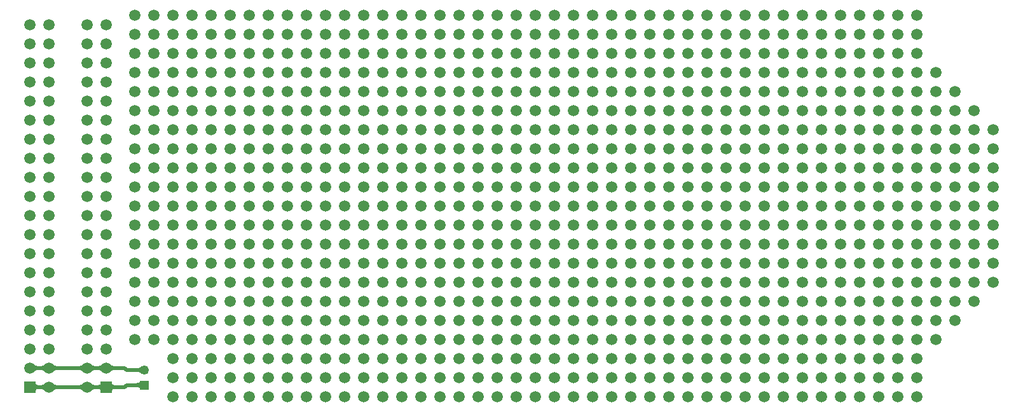
<source format=gbl>
G04*
G04 #@! TF.GenerationSoftware,Altium Limited,Altium Designer,21.9.1 (22)*
G04*
G04 Layer_Physical_Order=2*
G04 Layer_Color=16711680*
%FSLAX25Y25*%
%MOIN*%
G70*
G04*
G04 #@! TF.SameCoordinates,86BB2744-E3F5-4ECB-9631-A9D74316A694*
G04*
G04*
G04 #@! TF.FilePolarity,Positive*
G04*
G01*
G75*
%ADD20C,0.02000*%
%ADD21C,0.05906*%
%ADD22R,0.05906X0.05906*%
%ADD23C,0.04921*%
%ADD24R,0.04921X0.04921*%
G36*
X114941Y119000D02*
X114558Y118990D01*
X114216Y118960D01*
X113915Y118910D01*
X113653Y118840D01*
X113432Y118750D01*
X113251Y118640D01*
X113110Y118510D01*
X113009Y118360D01*
X112949Y118190D01*
X112929Y118000D01*
Y122000D01*
X112949Y121810D01*
X113009Y121640D01*
X113110Y121490D01*
X113251Y121360D01*
X113432Y121250D01*
X113653Y121160D01*
X113915Y121090D01*
X114216Y121040D01*
X114558Y121010D01*
X114941Y121000D01*
Y119000D01*
D02*
G37*
G36*
X115450Y121000D02*
X115726Y121011D01*
X115994Y121043D01*
X116256Y121096D01*
X116510Y121171D01*
X116758Y121267D01*
X116999Y121384D01*
X117232Y121523D01*
X117459Y121683D01*
X117679Y121864D01*
X117891Y122067D01*
Y117933D01*
X117679Y118136D01*
X117459Y118317D01*
X117232Y118477D01*
X116999Y118616D01*
X116758Y118733D01*
X116510Y118829D01*
X116256Y118904D01*
X115994Y118957D01*
X115726Y118989D01*
X115450Y119000D01*
Y121000D01*
D02*
G37*
G36*
X114550Y129000D02*
X114274Y128989D01*
X114006Y128957D01*
X113744Y128904D01*
X113489Y128829D01*
X113242Y128733D01*
X113001Y128616D01*
X112768Y128477D01*
X112541Y128317D01*
X112321Y128136D01*
X112109Y127933D01*
Y132067D01*
X112321Y131864D01*
X112541Y131683D01*
X112768Y131523D01*
X113001Y131384D01*
X113242Y131267D01*
X113489Y131171D01*
X113744Y131096D01*
X114006Y131043D01*
X114274Y131011D01*
X114550Y131000D01*
Y129000D01*
D02*
G37*
G36*
X115450Y131000D02*
X115726Y131011D01*
X115994Y131043D01*
X116256Y131096D01*
X116510Y131171D01*
X116758Y131267D01*
X116999Y131384D01*
X117232Y131523D01*
X117459Y131683D01*
X117679Y131864D01*
X117891Y132067D01*
Y127933D01*
X117679Y128136D01*
X117459Y128317D01*
X117232Y128477D01*
X116999Y128616D01*
X116758Y128733D01*
X116510Y128829D01*
X116256Y128904D01*
X115994Y128957D01*
X115726Y128989D01*
X115450Y129000D01*
Y131000D01*
D02*
G37*
G36*
X124550Y119000D02*
X124274Y118989D01*
X124006Y118957D01*
X123744Y118904D01*
X123489Y118829D01*
X123242Y118733D01*
X123001Y118616D01*
X122768Y118477D01*
X122541Y118317D01*
X122321Y118136D01*
X122109Y117933D01*
Y122067D01*
X122321Y121864D01*
X122541Y121683D01*
X122768Y121523D01*
X123001Y121384D01*
X123242Y121267D01*
X123489Y121171D01*
X123744Y121096D01*
X124006Y121043D01*
X124274Y121011D01*
X124550Y121000D01*
Y119000D01*
D02*
G37*
G36*
Y129000D02*
X124274Y128989D01*
X124006Y128957D01*
X123744Y128904D01*
X123489Y128829D01*
X123242Y128733D01*
X123001Y128616D01*
X122768Y128477D01*
X122541Y128317D01*
X122321Y128136D01*
X122109Y127933D01*
Y132067D01*
X122321Y131864D01*
X122541Y131683D01*
X122768Y131523D01*
X123001Y131384D01*
X123242Y131267D01*
X123489Y131171D01*
X123744Y131096D01*
X124006Y131043D01*
X124274Y131011D01*
X124550Y131000D01*
Y129000D01*
D02*
G37*
G36*
X135450Y121000D02*
X135726Y121011D01*
X135994Y121043D01*
X136256Y121096D01*
X136511Y121171D01*
X136758Y121267D01*
X136999Y121384D01*
X137232Y121523D01*
X137459Y121683D01*
X137679Y121864D01*
X137891Y122067D01*
Y117933D01*
X137679Y118136D01*
X137459Y118317D01*
X137232Y118477D01*
X136999Y118616D01*
X136758Y118733D01*
X136511Y118829D01*
X136256Y118904D01*
X135994Y118957D01*
X135726Y118989D01*
X135450Y119000D01*
Y121000D01*
D02*
G37*
G36*
Y131000D02*
X135726Y131011D01*
X135994Y131043D01*
X136256Y131096D01*
X136511Y131171D01*
X136758Y131267D01*
X136999Y131384D01*
X137232Y131523D01*
X137459Y131683D01*
X137679Y131864D01*
X137891Y132067D01*
Y127933D01*
X137679Y128136D01*
X137459Y128317D01*
X137232Y128477D01*
X136999Y128616D01*
X136758Y128733D01*
X136511Y128829D01*
X136256Y128904D01*
X135994Y128957D01*
X135726Y128989D01*
X135450Y129000D01*
Y131000D01*
D02*
G37*
G36*
X144550Y119000D02*
X144274Y118989D01*
X144006Y118957D01*
X143744Y118904D01*
X143490Y118829D01*
X143242Y118733D01*
X143001Y118616D01*
X142768Y118477D01*
X142541Y118317D01*
X142321Y118136D01*
X142109Y117933D01*
Y122067D01*
X142321Y121864D01*
X142541Y121683D01*
X142768Y121523D01*
X143001Y121384D01*
X143242Y121267D01*
X143490Y121171D01*
X143744Y121096D01*
X144006Y121043D01*
X144274Y121011D01*
X144550Y121000D01*
Y119000D01*
D02*
G37*
G36*
X145059Y121000D02*
X145441Y121010D01*
X145784Y121040D01*
X146085Y121090D01*
X146347Y121160D01*
X146568Y121250D01*
X146749Y121360D01*
X146890Y121490D01*
X146991Y121640D01*
X147051Y121810D01*
X147071Y122000D01*
Y118000D01*
X147051Y118190D01*
X146991Y118360D01*
X146890Y118510D01*
X146749Y118640D01*
X146568Y118750D01*
X146347Y118840D01*
X146085Y118910D01*
X145784Y118960D01*
X145441Y118990D01*
X145059Y119000D01*
Y121000D01*
D02*
G37*
G36*
X144550Y129000D02*
X144274Y128989D01*
X144006Y128957D01*
X143744Y128904D01*
X143490Y128829D01*
X143242Y128733D01*
X143001Y128616D01*
X142768Y128477D01*
X142541Y128317D01*
X142321Y128136D01*
X142109Y127933D01*
Y132067D01*
X142321Y131864D01*
X142541Y131683D01*
X142768Y131523D01*
X143001Y131384D01*
X143242Y131267D01*
X143490Y131171D01*
X143744Y131096D01*
X144006Y131043D01*
X144274Y131011D01*
X144550Y131000D01*
Y129000D01*
D02*
G37*
G36*
X145450Y131000D02*
X145726Y131011D01*
X145994Y131043D01*
X146256Y131096D01*
X146511Y131171D01*
X146758Y131267D01*
X146999Y131384D01*
X147232Y131523D01*
X147459Y131683D01*
X147679Y131864D01*
X147891Y132067D01*
Y127933D01*
X147679Y128136D01*
X147459Y128317D01*
X147232Y128477D01*
X146999Y128616D01*
X146758Y128733D01*
X146511Y128829D01*
X146256Y128904D01*
X145994Y128957D01*
X145726Y128989D01*
X145450Y129000D01*
Y131000D01*
D02*
G37*
G36*
X154941Y119000D02*
X154559Y118990D01*
X154216Y118960D01*
X153915Y118910D01*
X153653Y118840D01*
X153432Y118750D01*
X153251Y118640D01*
X153110Y118510D01*
X153009Y118360D01*
X152949Y118190D01*
X152929Y118000D01*
Y122000D01*
X152949Y121810D01*
X153009Y121640D01*
X153110Y121490D01*
X153251Y121360D01*
X153432Y121250D01*
X153653Y121160D01*
X153915Y121090D01*
X154216Y121040D01*
X154559Y121010D01*
X154941Y121000D01*
Y119000D01*
D02*
G37*
G36*
X154550Y129000D02*
X154274Y128989D01*
X154006Y128957D01*
X153744Y128904D01*
X153489Y128829D01*
X153242Y128733D01*
X153001Y128616D01*
X152768Y128477D01*
X152541Y128317D01*
X152321Y128136D01*
X152109Y127933D01*
Y132067D01*
X152321Y131864D01*
X152541Y131683D01*
X152768Y131523D01*
X153001Y131384D01*
X153242Y131267D01*
X153489Y131171D01*
X153744Y131096D01*
X154006Y131043D01*
X154274Y131011D01*
X154550Y131000D01*
Y129000D01*
D02*
G37*
G36*
X165551Y122063D02*
X165934Y122073D01*
X166276Y122103D01*
X166577Y122153D01*
X166839Y122223D01*
X167060Y122313D01*
X167241Y122423D01*
X167382Y122553D01*
X167483Y122703D01*
X167543Y122873D01*
X167563Y123063D01*
Y119063D01*
X167543Y119253D01*
X167483Y119423D01*
X167382Y119573D01*
X167241Y119703D01*
X167060Y119813D01*
X166839Y119903D01*
X166577Y119973D01*
X166276Y120023D01*
X165934Y120053D01*
X165551Y120063D01*
Y122063D01*
D02*
G37*
G36*
X166275Y129937D02*
X166522Y129944D01*
X166757Y129966D01*
X166981Y130002D01*
X167195Y130053D01*
X167397Y130118D01*
X167588Y130197D01*
X167768Y130291D01*
X167938Y130399D01*
X168096Y130522D01*
X168243Y130659D01*
Y127215D01*
X168096Y127352D01*
X167938Y127475D01*
X167768Y127583D01*
X167588Y127677D01*
X167397Y127756D01*
X167195Y127821D01*
X166981Y127872D01*
X166757Y127908D01*
X166522Y127930D01*
X166275Y127937D01*
Y129937D01*
D02*
G37*
D20*
X110000Y130000D02*
X120000D01*
X140000D02*
X150000D01*
X110000Y120000D02*
X120000D01*
X140000D02*
X150000D01*
X160531Y121063D02*
X170000D01*
X159468Y120000D02*
X160531Y121063D01*
X150000Y120000D02*
X159468D01*
X160531Y128937D02*
X170000D01*
X159468Y130000D02*
X160531Y128937D01*
X150000Y130000D02*
X159468D01*
X120000D02*
X140000D01*
X120000Y120000D02*
X140000D01*
D21*
X585000Y155000D02*
D03*
X595000D02*
D03*
X585000Y145000D02*
D03*
Y195000D02*
D03*
X595000D02*
D03*
Y185000D02*
D03*
X585000D02*
D03*
Y165000D02*
D03*
X595000D02*
D03*
Y175000D02*
D03*
X585000D02*
D03*
Y235000D02*
D03*
X595000D02*
D03*
Y225000D02*
D03*
X585000D02*
D03*
Y205000D02*
D03*
X595000D02*
D03*
Y215000D02*
D03*
X585000D02*
D03*
Y275000D02*
D03*
X595000D02*
D03*
Y265000D02*
D03*
X585000D02*
D03*
Y245000D02*
D03*
X595000D02*
D03*
Y255000D02*
D03*
X585000D02*
D03*
Y285000D02*
D03*
X605000Y255000D02*
D03*
X615000D02*
D03*
Y245000D02*
D03*
X605000D02*
D03*
Y265000D02*
D03*
Y215000D02*
D03*
X615000D02*
D03*
Y205000D02*
D03*
X605000D02*
D03*
Y225000D02*
D03*
X615000D02*
D03*
Y235000D02*
D03*
X605000D02*
D03*
Y175000D02*
D03*
X615000D02*
D03*
X605000Y165000D02*
D03*
Y185000D02*
D03*
X615000D02*
D03*
Y195000D02*
D03*
X605000D02*
D03*
X545000Y155000D02*
D03*
X555000D02*
D03*
Y145000D02*
D03*
X545000D02*
D03*
Y195000D02*
D03*
X555000D02*
D03*
Y185000D02*
D03*
X545000D02*
D03*
Y165000D02*
D03*
X555000D02*
D03*
Y175000D02*
D03*
X545000D02*
D03*
Y235000D02*
D03*
X555000D02*
D03*
Y225000D02*
D03*
X545000D02*
D03*
Y205000D02*
D03*
X555000D02*
D03*
Y215000D02*
D03*
X545000D02*
D03*
Y275000D02*
D03*
X555000D02*
D03*
Y265000D02*
D03*
X545000D02*
D03*
Y245000D02*
D03*
X555000D02*
D03*
Y255000D02*
D03*
X545000D02*
D03*
Y295000D02*
D03*
X555000D02*
D03*
Y285000D02*
D03*
X545000D02*
D03*
Y305000D02*
D03*
X555000D02*
D03*
Y315000D02*
D03*
X545000D02*
D03*
Y135000D02*
D03*
X555000D02*
D03*
Y125000D02*
D03*
X545000D02*
D03*
X555000Y115000D02*
D03*
X545000D02*
D03*
X565000D02*
D03*
X575000D02*
D03*
X565000Y125000D02*
D03*
X575000D02*
D03*
Y135000D02*
D03*
X565000D02*
D03*
Y315000D02*
D03*
X575000D02*
D03*
Y305000D02*
D03*
X565000D02*
D03*
Y285000D02*
D03*
X575000D02*
D03*
Y295000D02*
D03*
X565000D02*
D03*
Y255000D02*
D03*
X575000D02*
D03*
Y245000D02*
D03*
X565000D02*
D03*
Y265000D02*
D03*
X575000D02*
D03*
Y275000D02*
D03*
X565000D02*
D03*
Y215000D02*
D03*
X575000D02*
D03*
Y205000D02*
D03*
X565000D02*
D03*
Y225000D02*
D03*
X575000D02*
D03*
Y235000D02*
D03*
X565000D02*
D03*
Y175000D02*
D03*
X575000D02*
D03*
Y165000D02*
D03*
X565000D02*
D03*
Y185000D02*
D03*
X575000D02*
D03*
Y195000D02*
D03*
X565000D02*
D03*
Y145000D02*
D03*
X575000D02*
D03*
Y155000D02*
D03*
X565000D02*
D03*
X505000D02*
D03*
X515000D02*
D03*
Y145000D02*
D03*
X505000D02*
D03*
Y195000D02*
D03*
X515000D02*
D03*
Y185000D02*
D03*
X505000D02*
D03*
Y165000D02*
D03*
X515000D02*
D03*
Y175000D02*
D03*
X505000D02*
D03*
Y235000D02*
D03*
X515000D02*
D03*
Y225000D02*
D03*
X505000D02*
D03*
Y205000D02*
D03*
X515000D02*
D03*
Y215000D02*
D03*
X505000D02*
D03*
Y275000D02*
D03*
X515000D02*
D03*
Y265000D02*
D03*
X505000D02*
D03*
Y245000D02*
D03*
X515000D02*
D03*
Y255000D02*
D03*
X505000D02*
D03*
Y295000D02*
D03*
X515000D02*
D03*
Y285000D02*
D03*
X505000D02*
D03*
Y305000D02*
D03*
X515000D02*
D03*
Y315000D02*
D03*
X505000D02*
D03*
Y135000D02*
D03*
X515000D02*
D03*
Y125000D02*
D03*
X505000D02*
D03*
X515000Y115000D02*
D03*
X505000D02*
D03*
X525000D02*
D03*
X535000D02*
D03*
X525000Y125000D02*
D03*
X535000D02*
D03*
Y135000D02*
D03*
X525000D02*
D03*
Y315000D02*
D03*
X535000D02*
D03*
Y305000D02*
D03*
X525000D02*
D03*
Y285000D02*
D03*
X535000D02*
D03*
Y295000D02*
D03*
X525000D02*
D03*
Y255000D02*
D03*
X535000D02*
D03*
Y245000D02*
D03*
X525000D02*
D03*
Y265000D02*
D03*
X535000D02*
D03*
Y275000D02*
D03*
X525000D02*
D03*
Y215000D02*
D03*
X535000D02*
D03*
Y205000D02*
D03*
X525000D02*
D03*
Y225000D02*
D03*
X535000D02*
D03*
Y235000D02*
D03*
X525000D02*
D03*
Y175000D02*
D03*
X535000D02*
D03*
Y165000D02*
D03*
X525000D02*
D03*
Y185000D02*
D03*
X535000D02*
D03*
Y195000D02*
D03*
X525000D02*
D03*
Y145000D02*
D03*
X535000D02*
D03*
Y155000D02*
D03*
X525000D02*
D03*
X465000D02*
D03*
X475000D02*
D03*
Y145000D02*
D03*
X465000D02*
D03*
Y195000D02*
D03*
X475000D02*
D03*
Y185000D02*
D03*
X465000D02*
D03*
Y165000D02*
D03*
X475000D02*
D03*
Y175000D02*
D03*
X465000D02*
D03*
Y235000D02*
D03*
X475000D02*
D03*
Y225000D02*
D03*
X465000D02*
D03*
Y205000D02*
D03*
X475000D02*
D03*
Y215000D02*
D03*
X465000D02*
D03*
Y275000D02*
D03*
X475000D02*
D03*
Y265000D02*
D03*
X465000D02*
D03*
Y245000D02*
D03*
X475000D02*
D03*
Y255000D02*
D03*
X465000D02*
D03*
Y295000D02*
D03*
X475000D02*
D03*
Y285000D02*
D03*
X465000D02*
D03*
Y305000D02*
D03*
X475000D02*
D03*
Y315000D02*
D03*
X465000D02*
D03*
Y135000D02*
D03*
X475000D02*
D03*
Y125000D02*
D03*
X465000D02*
D03*
X475000Y115000D02*
D03*
X465000D02*
D03*
X485000D02*
D03*
X495000D02*
D03*
X485000Y125000D02*
D03*
X495000D02*
D03*
Y135000D02*
D03*
X485000D02*
D03*
Y315000D02*
D03*
X495000D02*
D03*
Y305000D02*
D03*
X485000D02*
D03*
Y285000D02*
D03*
X495000D02*
D03*
Y295000D02*
D03*
X485000D02*
D03*
Y255000D02*
D03*
X495000D02*
D03*
Y245000D02*
D03*
X485000D02*
D03*
Y265000D02*
D03*
X495000D02*
D03*
Y275000D02*
D03*
X485000D02*
D03*
Y215000D02*
D03*
X495000D02*
D03*
Y205000D02*
D03*
X485000D02*
D03*
Y225000D02*
D03*
X495000D02*
D03*
Y235000D02*
D03*
X485000D02*
D03*
Y175000D02*
D03*
X495000D02*
D03*
Y165000D02*
D03*
X485000D02*
D03*
Y185000D02*
D03*
X495000D02*
D03*
Y195000D02*
D03*
X485000D02*
D03*
Y145000D02*
D03*
X495000D02*
D03*
Y155000D02*
D03*
X485000D02*
D03*
X425000D02*
D03*
X435000D02*
D03*
Y145000D02*
D03*
X425000D02*
D03*
Y195000D02*
D03*
X435000D02*
D03*
Y185000D02*
D03*
X425000D02*
D03*
Y165000D02*
D03*
X435000D02*
D03*
Y175000D02*
D03*
X425000D02*
D03*
Y235000D02*
D03*
X435000D02*
D03*
Y225000D02*
D03*
X425000D02*
D03*
Y205000D02*
D03*
X435000D02*
D03*
Y215000D02*
D03*
X425000D02*
D03*
Y275000D02*
D03*
X435000D02*
D03*
Y265000D02*
D03*
X425000D02*
D03*
Y245000D02*
D03*
X435000D02*
D03*
Y255000D02*
D03*
X425000D02*
D03*
Y295000D02*
D03*
X435000D02*
D03*
Y285000D02*
D03*
X425000D02*
D03*
Y305000D02*
D03*
X435000D02*
D03*
Y315000D02*
D03*
X425000D02*
D03*
Y135000D02*
D03*
X435000D02*
D03*
Y125000D02*
D03*
X425000D02*
D03*
X435000Y115000D02*
D03*
X425000D02*
D03*
X445000D02*
D03*
X455000D02*
D03*
X445000Y125000D02*
D03*
X455000D02*
D03*
Y135000D02*
D03*
X445000D02*
D03*
Y315000D02*
D03*
X455000D02*
D03*
Y305000D02*
D03*
X445000D02*
D03*
Y285000D02*
D03*
X455000D02*
D03*
Y295000D02*
D03*
X445000D02*
D03*
Y255000D02*
D03*
X455000D02*
D03*
Y245000D02*
D03*
X445000D02*
D03*
Y265000D02*
D03*
X455000D02*
D03*
Y275000D02*
D03*
X445000D02*
D03*
Y215000D02*
D03*
X455000D02*
D03*
Y205000D02*
D03*
X445000D02*
D03*
Y225000D02*
D03*
X455000D02*
D03*
Y235000D02*
D03*
X445000D02*
D03*
Y175000D02*
D03*
X455000D02*
D03*
Y165000D02*
D03*
X445000D02*
D03*
Y185000D02*
D03*
X455000D02*
D03*
Y195000D02*
D03*
X445000D02*
D03*
Y145000D02*
D03*
X455000D02*
D03*
Y155000D02*
D03*
X445000D02*
D03*
X385000D02*
D03*
X395000D02*
D03*
Y145000D02*
D03*
X385000D02*
D03*
Y195000D02*
D03*
X395000D02*
D03*
Y185000D02*
D03*
X385000D02*
D03*
Y165000D02*
D03*
X395000D02*
D03*
Y175000D02*
D03*
X385000D02*
D03*
Y235000D02*
D03*
X395000D02*
D03*
Y225000D02*
D03*
X385000D02*
D03*
Y205000D02*
D03*
X395000D02*
D03*
Y215000D02*
D03*
X385000D02*
D03*
Y275000D02*
D03*
X395000D02*
D03*
Y265000D02*
D03*
X385000D02*
D03*
Y245000D02*
D03*
X395000D02*
D03*
Y255000D02*
D03*
X385000D02*
D03*
Y295000D02*
D03*
X395000D02*
D03*
Y285000D02*
D03*
X385000D02*
D03*
Y305000D02*
D03*
X395000D02*
D03*
Y315000D02*
D03*
X385000D02*
D03*
Y135000D02*
D03*
X395000D02*
D03*
Y125000D02*
D03*
X385000D02*
D03*
X395000Y115000D02*
D03*
X385000D02*
D03*
X405000D02*
D03*
X415000D02*
D03*
X405000Y125000D02*
D03*
X415000D02*
D03*
Y135000D02*
D03*
X405000D02*
D03*
Y315000D02*
D03*
X415000D02*
D03*
Y305000D02*
D03*
X405000D02*
D03*
Y285000D02*
D03*
X415000D02*
D03*
Y295000D02*
D03*
X405000D02*
D03*
Y255000D02*
D03*
X415000D02*
D03*
Y245000D02*
D03*
X405000D02*
D03*
Y265000D02*
D03*
X415000D02*
D03*
Y275000D02*
D03*
X405000D02*
D03*
Y215000D02*
D03*
X415000D02*
D03*
Y205000D02*
D03*
X405000D02*
D03*
Y225000D02*
D03*
X415000D02*
D03*
Y235000D02*
D03*
X405000D02*
D03*
Y175000D02*
D03*
X415000D02*
D03*
Y165000D02*
D03*
X405000D02*
D03*
Y185000D02*
D03*
X415000D02*
D03*
Y195000D02*
D03*
X405000D02*
D03*
Y145000D02*
D03*
X415000D02*
D03*
Y155000D02*
D03*
X405000D02*
D03*
X345000D02*
D03*
X355000D02*
D03*
Y145000D02*
D03*
X345000D02*
D03*
Y195000D02*
D03*
X355000D02*
D03*
Y185000D02*
D03*
X345000D02*
D03*
Y165000D02*
D03*
X355000D02*
D03*
Y175000D02*
D03*
X345000D02*
D03*
Y235000D02*
D03*
X355000D02*
D03*
Y225000D02*
D03*
X345000D02*
D03*
Y205000D02*
D03*
X355000D02*
D03*
Y215000D02*
D03*
X345000D02*
D03*
Y275000D02*
D03*
X355000D02*
D03*
Y265000D02*
D03*
X345000D02*
D03*
Y245000D02*
D03*
X355000D02*
D03*
Y255000D02*
D03*
X345000D02*
D03*
Y295000D02*
D03*
X355000D02*
D03*
Y285000D02*
D03*
X345000D02*
D03*
Y305000D02*
D03*
X355000D02*
D03*
Y315000D02*
D03*
X345000D02*
D03*
Y135000D02*
D03*
X355000D02*
D03*
Y125000D02*
D03*
X345000D02*
D03*
X355000Y115000D02*
D03*
X345000D02*
D03*
X365000D02*
D03*
X375000D02*
D03*
X365000Y125000D02*
D03*
X375000D02*
D03*
Y135000D02*
D03*
X365000D02*
D03*
Y315000D02*
D03*
X375000D02*
D03*
Y305000D02*
D03*
X365000D02*
D03*
Y285000D02*
D03*
X375000D02*
D03*
Y295000D02*
D03*
X365000D02*
D03*
Y255000D02*
D03*
X375000D02*
D03*
Y245000D02*
D03*
X365000D02*
D03*
Y265000D02*
D03*
X375000D02*
D03*
Y275000D02*
D03*
X365000D02*
D03*
Y215000D02*
D03*
X375000D02*
D03*
Y205000D02*
D03*
X365000D02*
D03*
Y225000D02*
D03*
X375000D02*
D03*
Y235000D02*
D03*
X365000D02*
D03*
Y175000D02*
D03*
X375000D02*
D03*
Y165000D02*
D03*
X365000D02*
D03*
Y185000D02*
D03*
X375000D02*
D03*
Y195000D02*
D03*
X365000D02*
D03*
Y145000D02*
D03*
X375000D02*
D03*
Y155000D02*
D03*
X365000D02*
D03*
X305000D02*
D03*
X315000D02*
D03*
Y145000D02*
D03*
X305000D02*
D03*
Y195000D02*
D03*
X315000D02*
D03*
Y185000D02*
D03*
X305000D02*
D03*
Y165000D02*
D03*
X315000D02*
D03*
Y175000D02*
D03*
X305000D02*
D03*
Y235000D02*
D03*
X315000D02*
D03*
Y225000D02*
D03*
X305000D02*
D03*
Y205000D02*
D03*
X315000D02*
D03*
Y215000D02*
D03*
X305000D02*
D03*
Y275000D02*
D03*
X315000D02*
D03*
Y265000D02*
D03*
X305000D02*
D03*
Y245000D02*
D03*
X315000D02*
D03*
Y255000D02*
D03*
X305000D02*
D03*
Y295000D02*
D03*
X315000D02*
D03*
Y285000D02*
D03*
X305000D02*
D03*
Y305000D02*
D03*
X315000D02*
D03*
Y315000D02*
D03*
X305000D02*
D03*
Y135000D02*
D03*
X315000D02*
D03*
Y125000D02*
D03*
X305000D02*
D03*
X315000Y115000D02*
D03*
X305000D02*
D03*
X325000D02*
D03*
X335000D02*
D03*
X325000Y125000D02*
D03*
X335000D02*
D03*
Y135000D02*
D03*
X325000D02*
D03*
Y315000D02*
D03*
X335000D02*
D03*
Y305000D02*
D03*
X325000D02*
D03*
Y285000D02*
D03*
X335000D02*
D03*
Y295000D02*
D03*
X325000D02*
D03*
Y255000D02*
D03*
X335000D02*
D03*
Y245000D02*
D03*
X325000D02*
D03*
Y265000D02*
D03*
X335000D02*
D03*
Y275000D02*
D03*
X325000D02*
D03*
Y215000D02*
D03*
X335000D02*
D03*
Y205000D02*
D03*
X325000D02*
D03*
Y225000D02*
D03*
X335000D02*
D03*
Y235000D02*
D03*
X325000D02*
D03*
Y175000D02*
D03*
X335000D02*
D03*
Y165000D02*
D03*
X325000D02*
D03*
Y185000D02*
D03*
X335000D02*
D03*
Y195000D02*
D03*
X325000D02*
D03*
Y145000D02*
D03*
X335000D02*
D03*
Y155000D02*
D03*
X325000D02*
D03*
X265000D02*
D03*
X275000D02*
D03*
Y145000D02*
D03*
X265000D02*
D03*
Y195000D02*
D03*
X275000D02*
D03*
Y185000D02*
D03*
X265000D02*
D03*
Y165000D02*
D03*
X275000D02*
D03*
Y175000D02*
D03*
X265000D02*
D03*
Y235000D02*
D03*
X275000D02*
D03*
Y225000D02*
D03*
X265000D02*
D03*
Y205000D02*
D03*
X275000D02*
D03*
Y215000D02*
D03*
X265000D02*
D03*
Y275000D02*
D03*
X275000D02*
D03*
Y265000D02*
D03*
X265000D02*
D03*
Y245000D02*
D03*
X275000D02*
D03*
Y255000D02*
D03*
X265000D02*
D03*
Y295000D02*
D03*
X275000D02*
D03*
Y285000D02*
D03*
X265000D02*
D03*
Y305000D02*
D03*
X275000D02*
D03*
Y315000D02*
D03*
X265000D02*
D03*
Y135000D02*
D03*
X275000D02*
D03*
Y125000D02*
D03*
X265000D02*
D03*
X275000Y115000D02*
D03*
X265000D02*
D03*
X285000D02*
D03*
X295000D02*
D03*
X285000Y125000D02*
D03*
X295000D02*
D03*
Y135000D02*
D03*
X285000D02*
D03*
Y315000D02*
D03*
X295000D02*
D03*
Y305000D02*
D03*
X285000D02*
D03*
Y285000D02*
D03*
X295000D02*
D03*
Y295000D02*
D03*
X285000D02*
D03*
Y255000D02*
D03*
X295000D02*
D03*
Y245000D02*
D03*
X285000D02*
D03*
Y265000D02*
D03*
X295000D02*
D03*
Y275000D02*
D03*
X285000D02*
D03*
Y215000D02*
D03*
X295000D02*
D03*
Y205000D02*
D03*
X285000D02*
D03*
Y225000D02*
D03*
X295000D02*
D03*
Y235000D02*
D03*
X285000D02*
D03*
Y175000D02*
D03*
X295000D02*
D03*
Y165000D02*
D03*
X285000D02*
D03*
Y185000D02*
D03*
X295000D02*
D03*
Y195000D02*
D03*
X285000D02*
D03*
Y145000D02*
D03*
X295000D02*
D03*
Y155000D02*
D03*
X285000D02*
D03*
X225000D02*
D03*
X235000D02*
D03*
Y145000D02*
D03*
X225000D02*
D03*
Y195000D02*
D03*
X235000D02*
D03*
Y185000D02*
D03*
X225000D02*
D03*
Y165000D02*
D03*
X235000D02*
D03*
Y175000D02*
D03*
X225000D02*
D03*
Y235000D02*
D03*
X235000D02*
D03*
Y225000D02*
D03*
X225000D02*
D03*
Y205000D02*
D03*
X235000D02*
D03*
Y215000D02*
D03*
X225000D02*
D03*
Y275000D02*
D03*
X235000D02*
D03*
Y265000D02*
D03*
X225000D02*
D03*
Y245000D02*
D03*
X235000D02*
D03*
Y255000D02*
D03*
X225000D02*
D03*
Y295000D02*
D03*
X235000D02*
D03*
Y285000D02*
D03*
X225000D02*
D03*
Y305000D02*
D03*
X235000D02*
D03*
Y315000D02*
D03*
X225000D02*
D03*
Y135000D02*
D03*
X235000D02*
D03*
Y125000D02*
D03*
X225000D02*
D03*
X235000Y115000D02*
D03*
X225000D02*
D03*
X245000D02*
D03*
X255000D02*
D03*
X245000Y125000D02*
D03*
X255000D02*
D03*
Y135000D02*
D03*
X245000D02*
D03*
Y315000D02*
D03*
X255000D02*
D03*
Y305000D02*
D03*
X245000D02*
D03*
Y285000D02*
D03*
X255000D02*
D03*
Y295000D02*
D03*
X245000D02*
D03*
Y255000D02*
D03*
X255000D02*
D03*
Y245000D02*
D03*
X245000D02*
D03*
Y265000D02*
D03*
X255000D02*
D03*
Y275000D02*
D03*
X245000D02*
D03*
Y215000D02*
D03*
X255000D02*
D03*
Y205000D02*
D03*
X245000D02*
D03*
Y225000D02*
D03*
X255000D02*
D03*
Y235000D02*
D03*
X245000D02*
D03*
Y175000D02*
D03*
X255000D02*
D03*
Y165000D02*
D03*
X245000D02*
D03*
Y185000D02*
D03*
X255000D02*
D03*
Y195000D02*
D03*
X245000D02*
D03*
Y145000D02*
D03*
X255000D02*
D03*
Y155000D02*
D03*
X245000D02*
D03*
X205000D02*
D03*
X215000D02*
D03*
Y145000D02*
D03*
X205000D02*
D03*
Y195000D02*
D03*
X215000D02*
D03*
Y185000D02*
D03*
X205000D02*
D03*
Y165000D02*
D03*
X215000D02*
D03*
Y175000D02*
D03*
X205000D02*
D03*
Y235000D02*
D03*
X215000D02*
D03*
Y225000D02*
D03*
X205000D02*
D03*
Y205000D02*
D03*
X215000D02*
D03*
Y215000D02*
D03*
X205000D02*
D03*
Y275000D02*
D03*
X215000D02*
D03*
Y265000D02*
D03*
X205000D02*
D03*
Y245000D02*
D03*
X215000D02*
D03*
Y255000D02*
D03*
X205000D02*
D03*
Y295000D02*
D03*
X215000D02*
D03*
Y285000D02*
D03*
X205000D02*
D03*
Y305000D02*
D03*
X215000D02*
D03*
Y315000D02*
D03*
X205000D02*
D03*
Y135000D02*
D03*
X215000D02*
D03*
Y125000D02*
D03*
X205000D02*
D03*
X215000Y115000D02*
D03*
X205000D02*
D03*
X185000D02*
D03*
X195000D02*
D03*
X185000Y125000D02*
D03*
X195000D02*
D03*
Y135000D02*
D03*
X185000D02*
D03*
Y315000D02*
D03*
X195000D02*
D03*
Y305000D02*
D03*
X185000D02*
D03*
Y285000D02*
D03*
X195000D02*
D03*
Y295000D02*
D03*
X185000D02*
D03*
Y255000D02*
D03*
X195000D02*
D03*
Y245000D02*
D03*
X185000D02*
D03*
Y265000D02*
D03*
X195000D02*
D03*
Y275000D02*
D03*
X185000D02*
D03*
Y215000D02*
D03*
X195000D02*
D03*
Y205000D02*
D03*
X185000D02*
D03*
Y225000D02*
D03*
X195000D02*
D03*
Y235000D02*
D03*
X185000D02*
D03*
Y175000D02*
D03*
X195000D02*
D03*
Y165000D02*
D03*
X185000D02*
D03*
Y185000D02*
D03*
X195000D02*
D03*
Y195000D02*
D03*
X185000D02*
D03*
Y145000D02*
D03*
X195000D02*
D03*
Y155000D02*
D03*
X185000D02*
D03*
X165000D02*
D03*
X175000D02*
D03*
Y145000D02*
D03*
X165000D02*
D03*
Y195000D02*
D03*
X175000D02*
D03*
Y185000D02*
D03*
X165000D02*
D03*
Y165000D02*
D03*
X175000D02*
D03*
Y175000D02*
D03*
X165000D02*
D03*
Y235000D02*
D03*
X175000D02*
D03*
Y225000D02*
D03*
X165000D02*
D03*
Y205000D02*
D03*
X175000D02*
D03*
Y215000D02*
D03*
X165000D02*
D03*
Y275000D02*
D03*
X175000D02*
D03*
Y265000D02*
D03*
X165000D02*
D03*
Y245000D02*
D03*
X175000D02*
D03*
Y255000D02*
D03*
X165000D02*
D03*
Y295000D02*
D03*
X175000D02*
D03*
Y285000D02*
D03*
X165000D02*
D03*
Y305000D02*
D03*
X175000D02*
D03*
Y315000D02*
D03*
X165000D02*
D03*
X120000Y120000D02*
D03*
X110000Y130000D02*
D03*
X120000D02*
D03*
X110000Y140000D02*
D03*
X120000D02*
D03*
X110000Y150000D02*
D03*
X120000D02*
D03*
X110000Y160000D02*
D03*
X120000D02*
D03*
X110000Y170000D02*
D03*
X120000D02*
D03*
X110000Y180000D02*
D03*
X120000D02*
D03*
X110000Y190000D02*
D03*
X120000D02*
D03*
X110000Y200000D02*
D03*
X120000D02*
D03*
X110000Y210000D02*
D03*
X120000D02*
D03*
X110000Y220000D02*
D03*
X120000D02*
D03*
X110000Y230000D02*
D03*
X120000D02*
D03*
X110000Y240000D02*
D03*
X120000D02*
D03*
X110000Y250000D02*
D03*
X120000D02*
D03*
X110000Y260000D02*
D03*
X120000D02*
D03*
X110000Y270000D02*
D03*
X120000D02*
D03*
X110000Y280000D02*
D03*
X120000D02*
D03*
X110000Y290000D02*
D03*
X120000D02*
D03*
X110000Y300000D02*
D03*
X120000D02*
D03*
X110000Y310000D02*
D03*
X120000D02*
D03*
X140000D02*
D03*
X150000D02*
D03*
X140000Y300000D02*
D03*
X150000D02*
D03*
X140000Y290000D02*
D03*
X150000D02*
D03*
X140000Y280000D02*
D03*
X150000D02*
D03*
X140000Y270000D02*
D03*
X150000D02*
D03*
X140000Y260000D02*
D03*
X150000D02*
D03*
X140000Y250000D02*
D03*
X150000D02*
D03*
X140000Y240000D02*
D03*
X150000D02*
D03*
X140000Y230000D02*
D03*
X150000D02*
D03*
X140000Y220000D02*
D03*
X150000D02*
D03*
X140000Y210000D02*
D03*
X150000D02*
D03*
X140000Y200000D02*
D03*
X150000D02*
D03*
X140000Y190000D02*
D03*
X150000D02*
D03*
X140000Y180000D02*
D03*
X150000D02*
D03*
X140000Y170000D02*
D03*
X150000D02*
D03*
X140000Y160000D02*
D03*
X150000D02*
D03*
X140000Y150000D02*
D03*
X150000D02*
D03*
X140000Y140000D02*
D03*
X150000D02*
D03*
X140000Y130000D02*
D03*
X150000D02*
D03*
X140000Y120000D02*
D03*
D22*
X110000D02*
D03*
X150000D02*
D03*
D23*
X170000Y128937D02*
D03*
D24*
X170000Y121063D02*
D03*
M02*

</source>
